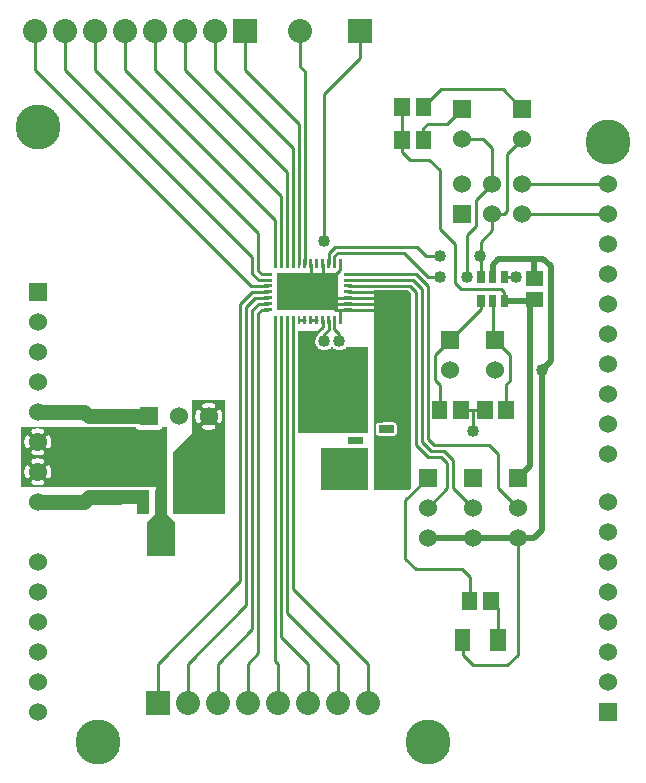
<source format=gbr>
G04 start of page 2 for group 0 idx 0 *
G04 Title: (unknown), component *
G04 Creator: pcb 20110918 *
G04 CreationDate: Wed 23 Apr 2014 02:57:30 AM GMT UTC *
G04 For: railfan *
G04 Format: Gerber/RS-274X *
G04 PCB-Dimensions: 210000 270000 *
G04 PCB-Coordinate-Origin: lower left *
%MOIN*%
%FSLAX25Y25*%
%LNTOP*%
%ADD31C,0.0480*%
%ADD30C,0.1285*%
%ADD29C,0.0380*%
%ADD28C,0.0400*%
%ADD27R,0.0240X0.0240*%
%ADD26R,0.1240X0.1240*%
%ADD25R,0.0244X0.0244*%
%ADD24R,0.0490X0.0490*%
%ADD23R,0.0098X0.0098*%
%ADD22R,0.0945X0.0945*%
%ADD21R,0.0378X0.0378*%
%ADD20R,0.0512X0.0512*%
%ADD19C,0.0800*%
%ADD18C,0.1500*%
%ADD17C,0.0600*%
%ADD16C,0.0200*%
%ADD15C,0.0100*%
%ADD14C,0.0450*%
%ADD13C,0.0500*%
%ADD12C,0.0350*%
%ADD11C,0.0001*%
G54D11*G36*
X126158Y160469D02*X133410D01*
X134500Y159379D01*
Y109059D01*
X134495Y109000D01*
X134500Y108941D01*
Y94621D01*
X133879Y94000D01*
X126158D01*
Y112024D01*
X128716Y112029D01*
X128869Y112066D01*
X129015Y112126D01*
X129149Y112208D01*
X129269Y112310D01*
X129371Y112430D01*
X129453Y112564D01*
X129513Y112710D01*
X129550Y112863D01*
X129559Y113020D01*
X129550Y115617D01*
X129513Y115770D01*
X129453Y115916D01*
X129371Y116050D01*
X129269Y116170D01*
X129149Y116272D01*
X129015Y116354D01*
X128869Y116414D01*
X128716Y116451D01*
X128559Y116460D01*
X126158Y116456D01*
Y160469D01*
G37*
G36*
X122000Y94000D02*Y160469D01*
X126158D01*
Y116456D01*
X123599Y116451D01*
X123446Y116414D01*
X123300Y116354D01*
X123166Y116272D01*
X123046Y116170D01*
X122944Y116050D01*
X122862Y115916D01*
X122802Y115770D01*
X122765Y115617D01*
X122756Y115460D01*
X122765Y112863D01*
X122802Y112710D01*
X122862Y112564D01*
X122944Y112430D01*
X123046Y112310D01*
X123166Y112208D01*
X123300Y112126D01*
X123446Y112066D01*
X123599Y112029D01*
X123756Y112020D01*
X126158Y112024D01*
Y94000D01*
X122000D01*
G37*
G36*
X96579Y141500D02*X103263D01*
X103372Y141372D01*
X103731Y141065D01*
X104134Y140819D01*
X104570Y140638D01*
X105029Y140528D01*
X105500Y140491D01*
X105971Y140528D01*
X106430Y140638D01*
X106866Y140819D01*
X107269Y141065D01*
X107628Y141372D01*
X107737Y141500D01*
X108263D01*
X108372Y141372D01*
X108731Y141065D01*
X109134Y140819D01*
X109570Y140638D01*
X110029Y140528D01*
X110500Y140491D01*
X110971Y140528D01*
X111430Y140638D01*
X111866Y140819D01*
X112269Y141065D01*
X112628Y141372D01*
X112737Y141500D01*
X120000D01*
Y113000D01*
X96579D01*
Y141500D01*
G37*
G36*
Y147000D02*X103500D01*
Y145737D01*
X103372Y145628D01*
X103065Y145269D01*
X102819Y144866D01*
X102638Y144430D01*
X102528Y143971D01*
X102491Y143500D01*
X102528Y143029D01*
X102638Y142570D01*
X102819Y142134D01*
X103065Y141731D01*
X103372Y141372D01*
X103500Y141263D01*
Y134500D01*
X96579D01*
Y147000D01*
G37*
G36*
X113000Y94000D02*Y108000D01*
X120000D01*
Y94000D01*
X113000D01*
G37*
G36*
X114500D02*X104500D01*
Y108000D01*
X114500D01*
Y94000D01*
G37*
G36*
X13613Y115000D02*X26863D01*
X27000Y114989D01*
X27137Y115000D01*
X31707D01*
X31738Y114987D01*
X31891Y114950D01*
X32048Y114941D01*
X38109Y114950D01*
X38262Y114987D01*
X38293Y115000D01*
X42584D01*
X42659Y114817D01*
X42783Y114616D01*
X42936Y114436D01*
X43116Y114283D01*
X43317Y114159D01*
X43535Y114069D01*
X43765Y114014D01*
X44000Y114000D01*
X50235Y114014D01*
X50465Y114069D01*
X50683Y114159D01*
X50884Y114283D01*
X51064Y114436D01*
X51217Y114616D01*
X51341Y114817D01*
X51416Y115000D01*
X53000D01*
Y95000D01*
X38137D01*
X38109Y95007D01*
X37952Y95016D01*
X31891Y95007D01*
X31863Y95000D01*
X13613D01*
Y97853D01*
X13656Y97860D01*
X13768Y97897D01*
X13873Y97952D01*
X13968Y98022D01*
X14051Y98106D01*
X14119Y98202D01*
X14170Y98308D01*
X14318Y98716D01*
X14422Y99137D01*
X14484Y99567D01*
X14505Y100000D01*
X14484Y100433D01*
X14422Y100863D01*
X14318Y101284D01*
X14175Y101694D01*
X14122Y101800D01*
X14053Y101896D01*
X13970Y101981D01*
X13875Y102051D01*
X13769Y102106D01*
X13657Y102143D01*
X13613Y102151D01*
Y107853D01*
X13656Y107860D01*
X13768Y107897D01*
X13873Y107952D01*
X13968Y108022D01*
X14051Y108106D01*
X14119Y108202D01*
X14170Y108308D01*
X14318Y108716D01*
X14422Y109137D01*
X14484Y109567D01*
X14505Y110000D01*
X14484Y110433D01*
X14422Y110863D01*
X14318Y111284D01*
X14175Y111694D01*
X14122Y111800D01*
X14053Y111896D01*
X13970Y111981D01*
X13875Y112051D01*
X13769Y112106D01*
X13657Y112143D01*
X13613Y112151D01*
Y115000D01*
G37*
G36*
X10002D02*X13613D01*
Y112151D01*
X13540Y112163D01*
X13421Y112164D01*
X13304Y112146D01*
X13191Y112110D01*
X13085Y112057D01*
X12988Y111988D01*
X12904Y111905D01*
X12833Y111809D01*
X12779Y111704D01*
X12741Y111592D01*
X12722Y111475D01*
X12721Y111356D01*
X12739Y111239D01*
X12777Y111126D01*
X12876Y110855D01*
X12944Y110575D01*
X12986Y110289D01*
X13000Y110000D01*
X12986Y109711D01*
X12944Y109425D01*
X12876Y109145D01*
X12780Y108872D01*
X12742Y108761D01*
X12725Y108644D01*
X12725Y108526D01*
X12745Y108409D01*
X12782Y108297D01*
X12836Y108193D01*
X12906Y108098D01*
X12991Y108015D01*
X13087Y107946D01*
X13192Y107893D01*
X13305Y107857D01*
X13421Y107840D01*
X13539Y107841D01*
X13613Y107853D01*
Y102151D01*
X13540Y102163D01*
X13421Y102164D01*
X13304Y102146D01*
X13191Y102110D01*
X13085Y102057D01*
X12988Y101988D01*
X12904Y101905D01*
X12833Y101809D01*
X12779Y101704D01*
X12741Y101592D01*
X12722Y101475D01*
X12721Y101356D01*
X12739Y101239D01*
X12777Y101126D01*
X12876Y100855D01*
X12944Y100575D01*
X12986Y100289D01*
X13000Y100000D01*
X12986Y99711D01*
X12944Y99425D01*
X12876Y99145D01*
X12780Y98872D01*
X12742Y98761D01*
X12725Y98644D01*
X12725Y98526D01*
X12745Y98409D01*
X12782Y98297D01*
X12836Y98193D01*
X12906Y98098D01*
X12991Y98015D01*
X13087Y97946D01*
X13192Y97893D01*
X13305Y97857D01*
X13421Y97840D01*
X13539Y97841D01*
X13613Y97853D01*
Y95000D01*
X10002D01*
Y95495D01*
X10433Y95516D01*
X10863Y95578D01*
X11284Y95682D01*
X11694Y95825D01*
X11800Y95878D01*
X11896Y95947D01*
X11981Y96030D01*
X12051Y96125D01*
X12106Y96231D01*
X12143Y96343D01*
X12163Y96460D01*
X12164Y96579D01*
X12146Y96696D01*
X12110Y96809D01*
X12057Y96915D01*
X11988Y97012D01*
X11905Y97096D01*
X11809Y97167D01*
X11704Y97221D01*
X11592Y97259D01*
X11475Y97278D01*
X11356Y97279D01*
X11239Y97261D01*
X11126Y97223D01*
X10855Y97124D01*
X10575Y97056D01*
X10289Y97014D01*
X10002Y97000D01*
Y103000D01*
X10289Y102986D01*
X10575Y102944D01*
X10855Y102876D01*
X11128Y102780D01*
X11239Y102742D01*
X11356Y102725D01*
X11474Y102725D01*
X11591Y102745D01*
X11703Y102782D01*
X11807Y102836D01*
X11902Y102906D01*
X11985Y102991D01*
X12054Y103087D01*
X12107Y103192D01*
X12143Y103305D01*
X12160Y103421D01*
X12159Y103539D01*
X12140Y103656D01*
X12103Y103768D01*
X12048Y103873D01*
X11978Y103968D01*
X11894Y104051D01*
X11798Y104119D01*
X11692Y104170D01*
X11284Y104318D01*
X10863Y104422D01*
X10433Y104484D01*
X10002Y104505D01*
Y105495D01*
X10433Y105516D01*
X10863Y105578D01*
X11284Y105682D01*
X11694Y105825D01*
X11800Y105878D01*
X11896Y105947D01*
X11981Y106030D01*
X12051Y106125D01*
X12106Y106231D01*
X12143Y106343D01*
X12163Y106460D01*
X12164Y106579D01*
X12146Y106696D01*
X12110Y106809D01*
X12057Y106915D01*
X11988Y107012D01*
X11905Y107096D01*
X11809Y107167D01*
X11704Y107221D01*
X11592Y107259D01*
X11475Y107278D01*
X11356Y107279D01*
X11239Y107261D01*
X11126Y107223D01*
X10855Y107124D01*
X10575Y107056D01*
X10289Y107014D01*
X10002Y107000D01*
Y113000D01*
X10289Y112986D01*
X10575Y112944D01*
X10855Y112876D01*
X11128Y112780D01*
X11239Y112742D01*
X11356Y112725D01*
X11474Y112725D01*
X11591Y112745D01*
X11703Y112782D01*
X11807Y112836D01*
X11902Y112906D01*
X11985Y112991D01*
X12054Y113087D01*
X12107Y113192D01*
X12143Y113305D01*
X12160Y113421D01*
X12159Y113539D01*
X12140Y113656D01*
X12103Y113768D01*
X12048Y113873D01*
X11978Y113968D01*
X11894Y114051D01*
X11798Y114119D01*
X11692Y114170D01*
X11284Y114318D01*
X10863Y114422D01*
X10433Y114484D01*
X10002Y114505D01*
Y115000D01*
G37*
G36*
X6387D02*X10002D01*
Y114505D01*
X10000Y114505D01*
X9567Y114484D01*
X9137Y114422D01*
X8716Y114318D01*
X8306Y114175D01*
X8200Y114122D01*
X8104Y114053D01*
X8019Y113970D01*
X7949Y113875D01*
X7894Y113769D01*
X7857Y113657D01*
X7837Y113540D01*
X7836Y113421D01*
X7854Y113304D01*
X7890Y113191D01*
X7943Y113085D01*
X8012Y112988D01*
X8095Y112904D01*
X8191Y112833D01*
X8296Y112779D01*
X8408Y112741D01*
X8525Y112722D01*
X8644Y112721D01*
X8761Y112739D01*
X8874Y112777D01*
X9145Y112876D01*
X9425Y112944D01*
X9711Y112986D01*
X10000Y113000D01*
X10002Y113000D01*
Y107000D01*
X10000Y107000D01*
X9711Y107014D01*
X9425Y107056D01*
X9145Y107124D01*
X8872Y107220D01*
X8761Y107258D01*
X8644Y107275D01*
X8526Y107275D01*
X8409Y107255D01*
X8297Y107218D01*
X8193Y107164D01*
X8098Y107094D01*
X8015Y107009D01*
X7946Y106913D01*
X7893Y106808D01*
X7857Y106695D01*
X7840Y106579D01*
X7841Y106461D01*
X7860Y106344D01*
X7897Y106232D01*
X7952Y106127D01*
X8022Y106032D01*
X8106Y105949D01*
X8202Y105881D01*
X8308Y105830D01*
X8716Y105682D01*
X9137Y105578D01*
X9567Y105516D01*
X10000Y105495D01*
X10002Y105495D01*
Y104505D01*
X10000Y104505D01*
X9567Y104484D01*
X9137Y104422D01*
X8716Y104318D01*
X8306Y104175D01*
X8200Y104122D01*
X8104Y104053D01*
X8019Y103970D01*
X7949Y103875D01*
X7894Y103769D01*
X7857Y103657D01*
X7837Y103540D01*
X7836Y103421D01*
X7854Y103304D01*
X7890Y103191D01*
X7943Y103085D01*
X8012Y102988D01*
X8095Y102904D01*
X8191Y102833D01*
X8296Y102779D01*
X8408Y102741D01*
X8525Y102722D01*
X8644Y102721D01*
X8761Y102739D01*
X8874Y102777D01*
X9145Y102876D01*
X9425Y102944D01*
X9711Y102986D01*
X10000Y103000D01*
X10002Y103000D01*
Y97000D01*
X10000Y97000D01*
X9711Y97014D01*
X9425Y97056D01*
X9145Y97124D01*
X8872Y97220D01*
X8761Y97258D01*
X8644Y97275D01*
X8526Y97275D01*
X8409Y97255D01*
X8297Y97218D01*
X8193Y97164D01*
X8098Y97094D01*
X8015Y97009D01*
X7946Y96913D01*
X7893Y96808D01*
X7857Y96695D01*
X7840Y96579D01*
X7841Y96461D01*
X7860Y96344D01*
X7897Y96232D01*
X7952Y96127D01*
X8022Y96032D01*
X8106Y95949D01*
X8202Y95881D01*
X8308Y95830D01*
X8716Y95682D01*
X9137Y95578D01*
X9567Y95516D01*
X10000Y95495D01*
X10002Y95495D01*
Y95000D01*
X6387D01*
Y97849D01*
X6460Y97837D01*
X6579Y97836D01*
X6696Y97854D01*
X6809Y97890D01*
X6915Y97943D01*
X7012Y98012D01*
X7096Y98095D01*
X7167Y98191D01*
X7221Y98296D01*
X7259Y98408D01*
X7278Y98525D01*
X7279Y98644D01*
X7261Y98761D01*
X7223Y98874D01*
X7124Y99145D01*
X7056Y99425D01*
X7014Y99711D01*
X7000Y100000D01*
X7014Y100289D01*
X7056Y100575D01*
X7124Y100855D01*
X7220Y101128D01*
X7258Y101239D01*
X7275Y101356D01*
X7275Y101474D01*
X7255Y101591D01*
X7218Y101703D01*
X7164Y101807D01*
X7094Y101902D01*
X7009Y101985D01*
X6913Y102054D01*
X6808Y102107D01*
X6695Y102143D01*
X6579Y102160D01*
X6461Y102159D01*
X6387Y102147D01*
Y107849D01*
X6460Y107837D01*
X6579Y107836D01*
X6696Y107854D01*
X6809Y107890D01*
X6915Y107943D01*
X7012Y108012D01*
X7096Y108095D01*
X7167Y108191D01*
X7221Y108296D01*
X7259Y108408D01*
X7278Y108525D01*
X7279Y108644D01*
X7261Y108761D01*
X7223Y108874D01*
X7124Y109145D01*
X7056Y109425D01*
X7014Y109711D01*
X7000Y110000D01*
X7014Y110289D01*
X7056Y110575D01*
X7124Y110855D01*
X7220Y111128D01*
X7258Y111239D01*
X7275Y111356D01*
X7275Y111474D01*
X7255Y111591D01*
X7218Y111703D01*
X7164Y111807D01*
X7094Y111902D01*
X7009Y111985D01*
X6913Y112054D01*
X6808Y112107D01*
X6695Y112143D01*
X6579Y112160D01*
X6461Y112159D01*
X6387Y112147D01*
Y115000D01*
G37*
G36*
X4500D02*X6387D01*
Y112147D01*
X6344Y112140D01*
X6232Y112103D01*
X6127Y112048D01*
X6032Y111978D01*
X5949Y111894D01*
X5881Y111798D01*
X5830Y111692D01*
X5682Y111284D01*
X5578Y110863D01*
X5516Y110433D01*
X5495Y110000D01*
X5516Y109567D01*
X5578Y109137D01*
X5682Y108716D01*
X5825Y108306D01*
X5878Y108200D01*
X5947Y108104D01*
X6030Y108019D01*
X6125Y107949D01*
X6231Y107894D01*
X6343Y107857D01*
X6387Y107849D01*
Y102147D01*
X6344Y102140D01*
X6232Y102103D01*
X6127Y102048D01*
X6032Y101978D01*
X5949Y101894D01*
X5881Y101798D01*
X5830Y101692D01*
X5682Y101284D01*
X5578Y100863D01*
X5516Y100433D01*
X5495Y100000D01*
X5516Y99567D01*
X5578Y99137D01*
X5682Y98716D01*
X5825Y98306D01*
X5878Y98200D01*
X5947Y98104D01*
X6030Y98019D01*
X6125Y97949D01*
X6231Y97894D01*
X6343Y97857D01*
X6387Y97849D01*
Y95000D01*
X4500D01*
Y115000D01*
G37*
G36*
X70613Y124000D02*X72500D01*
Y86000D01*
X70613D01*
Y116353D01*
X70656Y116360D01*
X70768Y116397D01*
X70873Y116452D01*
X70968Y116522D01*
X71051Y116606D01*
X71119Y116702D01*
X71170Y116808D01*
X71318Y117216D01*
X71422Y117637D01*
X71484Y118067D01*
X71505Y118500D01*
X71484Y118933D01*
X71422Y119363D01*
X71318Y119784D01*
X71175Y120194D01*
X71122Y120300D01*
X71053Y120396D01*
X70970Y120481D01*
X70875Y120551D01*
X70769Y120606D01*
X70657Y120643D01*
X70613Y120651D01*
Y124000D01*
G37*
G36*
X67002D02*X70613D01*
Y120651D01*
X70540Y120663D01*
X70421Y120664D01*
X70304Y120646D01*
X70191Y120610D01*
X70085Y120557D01*
X69988Y120488D01*
X69904Y120405D01*
X69833Y120309D01*
X69779Y120204D01*
X69741Y120092D01*
X69722Y119975D01*
X69721Y119856D01*
X69739Y119739D01*
X69777Y119626D01*
X69876Y119355D01*
X69944Y119075D01*
X69986Y118789D01*
X70000Y118500D01*
X69986Y118211D01*
X69944Y117925D01*
X69876Y117645D01*
X69780Y117372D01*
X69742Y117261D01*
X69725Y117144D01*
X69725Y117026D01*
X69745Y116909D01*
X69782Y116797D01*
X69836Y116693D01*
X69906Y116598D01*
X69991Y116515D01*
X70087Y116446D01*
X70192Y116393D01*
X70305Y116357D01*
X70421Y116340D01*
X70539Y116341D01*
X70613Y116353D01*
Y86000D01*
X67002D01*
Y113995D01*
X67433Y114016D01*
X67863Y114078D01*
X68284Y114182D01*
X68694Y114325D01*
X68800Y114378D01*
X68896Y114447D01*
X68981Y114530D01*
X69051Y114625D01*
X69106Y114731D01*
X69143Y114843D01*
X69163Y114960D01*
X69164Y115079D01*
X69146Y115196D01*
X69110Y115309D01*
X69057Y115415D01*
X68988Y115512D01*
X68905Y115596D01*
X68809Y115667D01*
X68704Y115721D01*
X68592Y115759D01*
X68475Y115778D01*
X68356Y115779D01*
X68239Y115761D01*
X68126Y115723D01*
X67855Y115624D01*
X67575Y115556D01*
X67289Y115514D01*
X67002Y115500D01*
Y121500D01*
X67289Y121486D01*
X67575Y121444D01*
X67855Y121376D01*
X68128Y121280D01*
X68239Y121242D01*
X68356Y121225D01*
X68474Y121225D01*
X68591Y121245D01*
X68703Y121282D01*
X68807Y121336D01*
X68902Y121406D01*
X68985Y121491D01*
X69054Y121587D01*
X69107Y121692D01*
X69143Y121805D01*
X69160Y121921D01*
X69159Y122039D01*
X69140Y122156D01*
X69103Y122268D01*
X69048Y122373D01*
X68978Y122468D01*
X68894Y122551D01*
X68798Y122619D01*
X68692Y122670D01*
X68284Y122818D01*
X67863Y122922D01*
X67433Y122984D01*
X67002Y123005D01*
Y124000D01*
G37*
G36*
X63387D02*X67002D01*
Y123005D01*
X67000Y123005D01*
X66567Y122984D01*
X66137Y122922D01*
X65716Y122818D01*
X65306Y122675D01*
X65200Y122622D01*
X65104Y122553D01*
X65019Y122470D01*
X64949Y122375D01*
X64894Y122269D01*
X64857Y122157D01*
X64837Y122040D01*
X64836Y121921D01*
X64854Y121804D01*
X64890Y121691D01*
X64943Y121585D01*
X65012Y121488D01*
X65095Y121404D01*
X65191Y121333D01*
X65296Y121279D01*
X65408Y121241D01*
X65525Y121222D01*
X65644Y121221D01*
X65761Y121239D01*
X65874Y121277D01*
X66145Y121376D01*
X66425Y121444D01*
X66711Y121486D01*
X67000Y121500D01*
X67002Y121500D01*
Y115500D01*
X67000Y115500D01*
X66711Y115514D01*
X66425Y115556D01*
X66145Y115624D01*
X65872Y115720D01*
X65761Y115758D01*
X65644Y115775D01*
X65526Y115775D01*
X65409Y115755D01*
X65297Y115718D01*
X65193Y115664D01*
X65098Y115594D01*
X65015Y115509D01*
X64946Y115413D01*
X64893Y115308D01*
X64857Y115195D01*
X64840Y115079D01*
X64841Y114961D01*
X64860Y114844D01*
X64897Y114732D01*
X64952Y114627D01*
X65022Y114532D01*
X65106Y114449D01*
X65202Y114381D01*
X65308Y114330D01*
X65716Y114182D01*
X66137Y114078D01*
X66567Y114016D01*
X67000Y113995D01*
X67002Y113995D01*
Y86000D01*
X63387D01*
Y116349D01*
X63460Y116337D01*
X63579Y116336D01*
X63696Y116354D01*
X63809Y116390D01*
X63915Y116443D01*
X64012Y116512D01*
X64096Y116595D01*
X64167Y116691D01*
X64221Y116796D01*
X64259Y116908D01*
X64278Y117025D01*
X64279Y117144D01*
X64261Y117261D01*
X64223Y117374D01*
X64124Y117645D01*
X64056Y117925D01*
X64014Y118211D01*
X64000Y118500D01*
X64014Y118789D01*
X64056Y119075D01*
X64124Y119355D01*
X64220Y119628D01*
X64258Y119739D01*
X64275Y119856D01*
X64275Y119974D01*
X64255Y120091D01*
X64218Y120203D01*
X64164Y120307D01*
X64094Y120402D01*
X64009Y120485D01*
X63913Y120554D01*
X63808Y120607D01*
X63695Y120643D01*
X63579Y120660D01*
X63461Y120659D01*
X63387Y120647D01*
Y124000D01*
G37*
G36*
X55000Y86000D02*Y106500D01*
X61500Y113000D01*
Y124000D01*
X63387D01*
Y120647D01*
X63344Y120640D01*
X63232Y120603D01*
X63127Y120548D01*
X63032Y120478D01*
X62949Y120394D01*
X62881Y120298D01*
X62830Y120192D01*
X62682Y119784D01*
X62578Y119363D01*
X62516Y118933D01*
X62495Y118500D01*
X62516Y118067D01*
X62578Y117637D01*
X62682Y117216D01*
X62825Y116806D01*
X62878Y116700D01*
X62947Y116604D01*
X63030Y116519D01*
X63125Y116449D01*
X63231Y116394D01*
X63343Y116357D01*
X63387Y116349D01*
Y86000D01*
X55000D01*
G37*
G54D12*X51000Y86084D02*Y96000D01*
G54D13*X25500Y90000D02*X10000D01*
X35000Y91457D02*X26957D01*
X25500Y90000D01*
G54D14*X35000Y91457D02*X44500D01*
G54D13*X10000Y120000D02*X25500D01*
X27000Y118500D01*
X47000D01*
G54D15*X110827Y150551D02*Y154094D01*
X109000Y158031D02*X124000D01*
X109000Y156063D02*X124000D01*
X109000Y154094D02*X124000D01*
X113386Y160000D02*X124000D01*
X100984Y150551D02*X102953D01*
X106890D02*Y147390D01*
X104921Y150551D02*Y148421D01*
X108858Y150551D02*Y147642D01*
X110500Y146000D01*
Y143500D01*
X106890Y147390D02*X105500Y146000D01*
Y143500D01*
X104921Y148421D02*X101500Y145000D01*
X136000Y160000D02*Y109000D01*
X140000Y105000D01*
X138000Y161000D02*Y110000D01*
X141000Y107000D01*
X140000Y162000D02*Y111000D01*
X132500Y71000D02*X136000Y67500D01*
X140000Y98000D02*X132500Y90500D01*
Y71000D02*Y90500D01*
X110827Y169449D02*Y167327D01*
X108500Y165000D01*
X110000Y173000D02*X132000D01*
X104921Y169449D02*Y165000D01*
X100984Y169449D02*Y165000D01*
X108858Y169449D02*Y171858D01*
X110000Y173000D01*
X106890Y169449D02*Y172890D01*
X109000Y175000D01*
X136500D01*
X113386Y165906D02*X136094D01*
X113386Y163937D02*X135063D01*
X113386Y161969D02*X134031D01*
X136000Y160000D01*
X97047Y150551D02*X99016D01*
X95079D02*Y60921D01*
X93110Y150551D02*Y52890D01*
X95079Y60921D02*X120000Y36000D01*
Y23000D01*
X93110Y52890D02*X110000Y36000D01*
Y23000D01*
X100000Y36000D02*Y23000D01*
X91142Y150551D02*Y44858D01*
X100000Y36000D01*
X89173Y150551D02*Y36827D01*
X90000Y36000D01*
Y23000D01*
X86614Y154094D02*X84594D01*
X83500Y153000D01*
Y39500D01*
X81500Y154000D02*Y47500D01*
X79500Y155000D02*Y55500D01*
X77500Y156000D02*Y63500D01*
X86614Y156063D02*X83563D01*
X86614Y158031D02*X82531D01*
X81500Y160000D02*X77500Y156000D01*
X83563Y156063D02*X81500Y154000D01*
X82531Y158031D02*X79500Y155000D01*
X86614Y160000D02*X81500D01*
X86614Y165906D02*X84594D01*
X83500Y167000D01*
X86614Y163937D02*X83563D01*
X81500Y166000D01*
X86614Y161969D02*X81031D01*
X81500Y166000D02*Y171500D01*
X83500Y39500D02*X80000Y36000D01*
X81500Y47500D02*X70000Y36000D01*
X79500Y55500D02*X60000Y36000D01*
X77500Y63500D02*X50000Y36000D01*
X80000D02*Y23000D01*
X70000Y36000D02*Y23000D01*
X60000Y36000D02*Y23000D01*
X50000Y36000D02*Y23000D01*
X157700Y156800D02*Y154200D01*
X161600Y156800D02*Y144000D01*
X157700Y154200D02*X142500Y139000D01*
X143957Y120500D02*Y129043D01*
X142500Y130500D01*
Y139000D01*
X151043Y120500D02*X159000D01*
X155000Y113500D02*Y120500D01*
X140000Y105000D02*X144500D01*
X141000Y107000D02*X145500D01*
X140000Y111000D02*X142000Y109000D01*
X160500D01*
X163500Y106000D01*
X144500Y105000D02*X146500Y103000D01*
X145500Y107000D02*X148500Y104000D01*
X151595Y44000D02*Y38905D01*
X155000Y35500D01*
X166500D01*
X146500Y103000D02*Y94500D01*
X148500Y104000D02*Y94500D01*
X163500Y106000D02*Y94500D01*
X146500D02*X140000Y88000D01*
X148500Y94500D02*X155000Y88000D01*
G54D16*X175500Y78000D02*X140000D01*
G54D15*X136000Y67500D02*X151500D01*
X153957Y57000D02*Y65043D01*
X151500Y67500D01*
G54D16*X170000Y98000D02*X174000Y102000D01*
X178000Y80500D02*Y134000D01*
X175500Y78000D02*X178000Y80500D01*
G54D15*X166086Y120500D02*Y129086D01*
G54D16*X174000Y102000D02*Y156800D01*
G54D15*X163500Y94500D02*X170000Y88000D01*
X166086Y129086D02*X167500Y130500D01*
X163405Y44000D02*Y54638D01*
X161043Y57000D01*
X170000Y78000D02*Y39000D01*
X166500Y35500D01*
X167500Y130500D02*Y139000D01*
X162500Y144000D01*
X165500Y156800D02*Y160000D01*
X164500Y161000D01*
X165500Y165000D02*X169500D01*
G54D16*X165500Y156800D02*X175500D01*
X181000Y168500D02*Y137000D01*
X178000Y134000D01*
G54D15*X171500Y196000D02*X200000D01*
X171500Y186000D02*X200000D01*
X153000Y179000D02*Y165000D01*
X157700D02*Y176700D01*
X161500Y180500D01*
G54D16*X161600Y165000D02*Y169100D01*
X163500Y171000D01*
X178500D01*
X181000Y168500D01*
X175500Y164543D02*Y171000D01*
G54D15*X164500Y161000D02*X151000D01*
X149000Y163000D01*
X161500Y186000D02*X165500D01*
X156000Y182000D02*X153000Y179000D01*
X161500Y180500D02*Y186000D01*
X165500D02*X166500Y187000D01*
Y206000D01*
X161500Y196000D02*Y208000D01*
Y196000D02*X156000Y190500D01*
Y182000D01*
X166500Y206000D02*X171500Y211000D01*
X161500Y208000D02*X158500Y211000D01*
X151500D01*
Y221000D02*X146500Y216000D01*
X171500Y221000D02*X165000Y227500D01*
X144457D01*
X144000Y181000D02*Y200500D01*
X140500Y204000D01*
X149000Y163000D02*Y176000D01*
X144000Y181000D01*
X132000Y173000D02*X140000Y165000D01*
X144000D01*
X136500Y175000D02*X139500Y172000D01*
X144000D01*
X136094Y165906D02*X140000Y162000D01*
X135063Y163937D02*X138000Y161000D01*
X146500Y216000D02*X140000D01*
X138500Y214500D01*
Y210500D01*
X144457Y227500D02*X138457Y221500D01*
X131371D02*Y210543D01*
X131500Y210414D01*
X140500Y204000D02*X134000D01*
X131500Y206500D01*
Y210414D01*
X105500Y177000D02*Y226000D01*
X117500Y238000D01*
Y247000D01*
X99016Y169449D02*Y233484D01*
X97500Y235000D02*Y247000D01*
X97047Y169449D02*Y215953D01*
X95079Y169449D02*Y207921D01*
X93110Y169449D02*Y199890D01*
X91142Y169449D02*Y191858D01*
X89173Y169449D02*Y183827D01*
X83500Y167000D02*Y179500D01*
X99016Y233484D02*X97500Y235000D01*
X97047Y215953D02*X79000Y234000D01*
X95079Y207921D02*X69000Y234000D01*
X79000D02*Y247000D01*
X69000Y234000D02*Y247000D01*
X59000Y234000D02*Y247000D01*
X49000Y234000D02*Y247000D01*
X93110Y199890D02*X59000Y234000D01*
X91142Y191858D02*X49000Y234000D01*
X89173Y183827D02*X39000Y234000D01*
Y247000D01*
X83500Y179500D02*X29000Y234000D01*
X81500Y171500D02*X19000Y234000D01*
X81031Y161969D02*X9000Y234000D01*
X29000D02*Y247000D01*
X19000Y234000D02*Y247000D01*
X9000Y234000D02*Y247000D01*
G54D17*X10000Y130000D03*
Y120000D03*
Y110000D03*
Y100000D03*
G54D11*G36*
X7000Y163000D02*Y157000D01*
X13000D01*
Y163000D01*
X7000D01*
G37*
G54D17*X10000Y150000D03*
Y140000D03*
G54D18*Y215000D03*
G54D11*G36*
X44000Y121500D02*Y115500D01*
X50000D01*
Y121500D01*
X44000D01*
G37*
G54D17*X57000Y118500D03*
X67000D03*
G54D11*G36*
X75000Y251000D02*Y243000D01*
X83000D01*
Y251000D01*
X75000D01*
G37*
G36*
X113500D02*Y243000D01*
X121500D01*
Y251000D01*
X113500D01*
G37*
G54D19*X97500Y247000D03*
X69000D03*
X59000D03*
X49000D03*
X39000D03*
X29000D03*
X19000D03*
X9000D03*
G54D17*X200000Y126000D03*
Y136000D03*
Y146000D03*
Y156000D03*
Y166000D03*
Y176000D03*
G54D11*G36*
X159500Y147000D02*Y141000D01*
X165500D01*
Y147000D01*
X159500D01*
G37*
G54D17*X162500Y134000D03*
G54D11*G36*
X144500Y147000D02*Y141000D01*
X150500D01*
Y147000D01*
X144500D01*
G37*
G54D17*X147500Y134000D03*
X200000Y186000D03*
Y196000D03*
G54D18*Y210000D03*
G54D11*G36*
X148500Y189000D02*Y183000D01*
X154500D01*
Y189000D01*
X148500D01*
G37*
G54D17*X161500Y186000D03*
X171500D03*
X151500Y196000D03*
X161500D03*
X171500D03*
G54D11*G36*
X168500Y224000D02*Y218000D01*
X174500D01*
Y224000D01*
X168500D01*
G37*
G54D17*X171500Y211000D03*
G54D11*G36*
X148500Y224000D02*Y218000D01*
X154500D01*
Y224000D01*
X148500D01*
G37*
G54D17*X151500Y211000D03*
G54D11*G36*
X197000Y23000D02*Y17000D01*
X203000D01*
Y23000D01*
X197000D01*
G37*
G54D17*X200000Y30000D03*
Y40000D03*
Y50000D03*
G54D18*X140000Y10000D03*
G54D17*X200000Y80000D03*
Y90000D03*
Y106000D03*
Y116000D03*
X10000Y90000D03*
Y70000D03*
Y60000D03*
Y50000D03*
Y40000D03*
Y30000D03*
Y20000D03*
G54D18*X30000Y10000D03*
G54D11*G36*
X46000Y27000D02*Y19000D01*
X54000D01*
Y27000D01*
X46000D01*
G37*
G54D19*X60000Y23000D03*
X70000D03*
X80000D03*
X90000D03*
X100000D03*
X110000D03*
X120000D03*
G54D17*X200000Y60000D03*
Y70000D03*
G54D11*G36*
X137000Y101000D02*Y95000D01*
X143000D01*
Y101000D01*
X137000D01*
G37*
G54D17*X140000Y88000D03*
Y78000D03*
G54D11*G36*
X152000Y101000D02*Y95000D01*
X158000D01*
Y101000D01*
X152000D01*
G37*
G54D17*X155000Y88000D03*
Y78000D03*
G54D11*G36*
X167000Y101000D02*Y95000D01*
X173000D01*
Y101000D01*
X167000D01*
G37*
G54D17*X170000Y88000D03*
Y78000D03*
G54D20*X57543Y102393D02*Y101607D01*
X50457Y102393D02*Y101607D01*
G54D21*X51000Y91989D02*Y80179D01*
G54D22*Y78445D02*Y76555D01*
G54D11*G36*
X52885Y86010D02*X55725Y83170D01*
X54305Y81750D01*
X51465Y84590D01*
X52885Y86010D01*
G37*
G36*
X46275Y83170D02*X49115Y86010D01*
X50535Y84590D01*
X47695Y81750D01*
X46275Y83170D01*
G37*
G54D21*X45094Y91989D02*Y87895D01*
G54D20*X34607Y98543D02*X35393D01*
X34607Y91457D02*X35393D01*
G54D21*X56906Y91989D02*Y87895D01*
G54D20*X34607Y111414D02*X35393D01*
X34607Y118500D02*X35393D01*
G54D23*X85728Y161969D02*X87500D01*
X85728Y160000D02*X87500D01*
X85728Y158031D02*X87500D01*
X85728Y156063D02*X87500D01*
X85728Y154094D02*X87500D01*
G54D24*X116500Y137300D02*Y133700D01*
X126500Y137300D02*Y133700D01*
G54D20*X117457Y123893D02*Y123107D01*
X124543Y123893D02*Y123107D01*
G54D25*X124976Y106760D02*X127339D01*
X124976Y110500D02*X127339D01*
X124976Y114240D02*X127339D01*
X114661D02*X117024D01*
X114661Y110500D02*X117024D01*
X114661Y106760D02*X117024D01*
G54D20*X117457Y97393D02*Y96607D01*
X124543Y97393D02*Y96607D01*
X151595Y45181D02*Y42819D01*
X163405Y45181D02*Y42819D01*
X161043Y57393D02*Y56607D01*
X153957Y57393D02*Y56607D01*
X138457Y221893D02*Y221107D01*
X131371Y221893D02*Y221107D01*
X138500Y210893D02*Y210107D01*
X131414Y210893D02*Y210107D01*
G54D23*X110827Y170335D02*Y168563D01*
X108858Y170335D02*Y168563D01*
X106890Y170335D02*Y168563D01*
X104921Y170335D02*Y168563D01*
X112500Y165906D02*X114272D01*
X102953Y170335D02*Y168563D01*
X100984Y170335D02*Y168563D01*
X99016Y170335D02*Y168563D01*
X97047Y170335D02*Y168563D01*
X95079Y170335D02*Y168563D01*
X93110Y170335D02*Y168563D01*
X91142Y170335D02*Y168563D01*
X89173Y170335D02*Y168563D01*
X85728Y165906D02*X87500D01*
X85728Y163937D02*X87500D01*
X89173Y151437D02*Y149665D01*
X91142Y151437D02*Y149665D01*
X93110Y151437D02*Y149665D01*
X95079Y151437D02*Y149665D01*
X97047Y151437D02*Y149665D01*
X99016Y151437D02*Y149665D01*
X100984Y151437D02*Y149665D01*
X102953Y151437D02*Y149665D01*
X104921Y151437D02*Y149665D01*
X106890Y151437D02*Y149665D01*
X108858Y151437D02*Y149665D01*
X110827Y151437D02*Y149665D01*
X112500Y154094D02*X114272D01*
X112500Y156063D02*X114272D01*
X112500Y158031D02*X114272D01*
X112500Y160000D02*X114272D01*
X112500Y161969D02*X114272D01*
X112500Y163937D02*X114272D01*
G54D26*X96062Y160000D02*X103938D01*
G54D27*X165500Y165800D02*Y164200D01*
X161600Y165800D02*Y164200D01*
X157700Y165800D02*Y164200D01*
Y157600D02*Y156000D01*
X161600Y157600D02*Y156000D01*
G54D20*X166086Y120893D02*Y120107D01*
X159000Y120893D02*Y120107D01*
X143957Y120893D02*Y120107D01*
X151043Y120893D02*Y120107D01*
G54D27*X165500Y157600D02*Y156000D01*
G54D20*X175107Y157457D02*X175893D01*
X175107Y164543D02*X175893D01*
G54D28*X169500Y165000D03*
X153000D03*
X178000Y134000D03*
X132000Y146000D03*
Y151000D03*
Y156000D03*
X157500Y172000D03*
X144000D03*
Y165000D03*
X155000Y113500D03*
X132000Y103000D03*
Y111000D03*
Y116000D03*
Y126000D03*
X107000Y105500D03*
X132000Y121000D03*
Y131000D03*
Y136000D03*
Y141000D03*
X105500Y143500D03*
X110500D03*
X99500Y142500D03*
Y137500D03*
Y132500D03*
Y127500D03*
Y122500D03*
Y117500D03*
X105500Y177000D03*
X42000Y111000D03*
Y105000D03*
Y99000D03*
X18000Y105000D03*
X23500D03*
X29000D03*
G54D16*G54D29*G54D30*G54D29*G54D31*G54D29*G54D30*G54D29*G54D30*G54D29*G54D30*G54D31*G54D29*M02*

</source>
